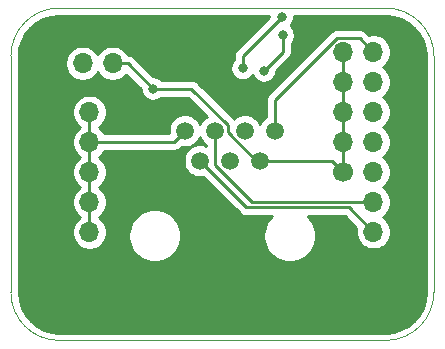
<source format=gbr>
G04 #@! TF.GenerationSoftware,KiCad,Pcbnew,(5.1.6)-1*
G04 #@! TF.CreationDate,2021-02-13T15:21:04-06:00*
G04 #@! TF.ProjectId,InputBoard,496e7075-7442-46f6-9172-642e6b696361,rev?*
G04 #@! TF.SameCoordinates,Original*
G04 #@! TF.FileFunction,Copper,L2,Bot*
G04 #@! TF.FilePolarity,Positive*
%FSLAX46Y46*%
G04 Gerber Fmt 4.6, Leading zero omitted, Abs format (unit mm)*
G04 Created by KiCad (PCBNEW (5.1.6)-1) date 2021-02-13 15:21:04*
%MOMM*%
%LPD*%
G01*
G04 APERTURE LIST*
G04 #@! TA.AperFunction,Profile*
%ADD10C,0.050000*%
G04 #@! TD*
G04 #@! TA.AperFunction,ComponentPad*
%ADD11C,1.500000*%
G04 #@! TD*
G04 #@! TA.AperFunction,ComponentPad*
%ADD12R,1.500000X1.500000*%
G04 #@! TD*
G04 #@! TA.AperFunction,ComponentPad*
%ADD13R,1.700000X1.700000*%
G04 #@! TD*
G04 #@! TA.AperFunction,ComponentPad*
%ADD14O,1.700000X1.700000*%
G04 #@! TD*
G04 #@! TA.AperFunction,ComponentPad*
%ADD15C,1.700000*%
G04 #@! TD*
G04 #@! TA.AperFunction,ViaPad*
%ADD16C,0.800000*%
G04 #@! TD*
G04 #@! TA.AperFunction,Conductor*
%ADD17C,0.250000*%
G04 #@! TD*
G04 #@! TA.AperFunction,Conductor*
%ADD18C,0.254000*%
G04 #@! TD*
G04 APERTURE END LIST*
D10*
X132588000Y-110680500D02*
X132588000Y-90678000D01*
X136652000Y-114744500D02*
G75*
G02*
X132588000Y-110680500I0J4064000D01*
G01*
X164338000Y-114744500D02*
X136652000Y-114744500D01*
X168402000Y-90678000D02*
X168402000Y-110680500D01*
X168402000Y-110680500D02*
G75*
G02*
X164338000Y-114744500I-4064000J0D01*
G01*
X164338000Y-86614000D02*
X136652000Y-86614000D01*
X132588000Y-90678000D02*
G75*
G02*
X136652000Y-86614000I4064000J0D01*
G01*
X164338000Y-86614000D02*
G75*
G02*
X168402000Y-90678000I0J-4064000D01*
G01*
D11*
X154940000Y-97005001D03*
X153670000Y-99545001D03*
X152400000Y-97005001D03*
X151130000Y-99545001D03*
X149860000Y-97005001D03*
X148590000Y-99545001D03*
X147320000Y-97005001D03*
D12*
X146050000Y-99545001D03*
D13*
X165820000Y-105560000D03*
D14*
X163280000Y-105560000D03*
X165820000Y-103020000D03*
X163280000Y-103020000D03*
X165820000Y-100480000D03*
X163280000Y-100480000D03*
X165820000Y-97940000D03*
X163280000Y-97940000D03*
X165820000Y-95400000D03*
X163280000Y-95400000D03*
X165820000Y-92860000D03*
X163280000Y-92860000D03*
X165820000Y-90320000D03*
X163280000Y-90320000D03*
D15*
X160740000Y-100480000D03*
D14*
X160740000Y-97940000D03*
X160740000Y-95400000D03*
X160740000Y-92860000D03*
X160740000Y-90320000D03*
D13*
X136700000Y-95420000D03*
D14*
X139240000Y-95420000D03*
X136700000Y-97960000D03*
X139240000Y-97960000D03*
X136700000Y-100500000D03*
X139240000Y-100500000D03*
X136700000Y-103040000D03*
X139240000Y-103040000D03*
X136700000Y-105580000D03*
X139240000Y-105580000D03*
D13*
X136120000Y-91290000D03*
D14*
X138660000Y-91290000D03*
X141200000Y-91290000D03*
D16*
X144610000Y-93430000D03*
X154000000Y-91900000D03*
X155600000Y-88900000D03*
X152200000Y-91700000D03*
X155500000Y-87400000D03*
D17*
X139240000Y-95420000D02*
X139240000Y-105580000D01*
X146365001Y-97960000D02*
X147320000Y-97005001D01*
X139240000Y-97960000D02*
X146365001Y-97960000D01*
X141200000Y-91290000D02*
X142470000Y-91290000D01*
X142470000Y-91290000D02*
X144610000Y-93430000D01*
X160740000Y-90320000D02*
X160740000Y-100480000D01*
X159805001Y-99545001D02*
X153670000Y-99545001D01*
X160740000Y-100480000D02*
X159805001Y-99545001D01*
X150935001Y-97131004D02*
X150935001Y-96489000D01*
X147876001Y-93430000D02*
X144610000Y-93430000D01*
X150935001Y-96489000D02*
X147876001Y-93430000D01*
X153348998Y-99545001D02*
X150935001Y-97131004D01*
X153670000Y-99545001D02*
X153348998Y-99545001D01*
X162104999Y-89144999D02*
X163280000Y-90320000D01*
X160175999Y-89144999D02*
X162104999Y-89144999D01*
X154940000Y-97005001D02*
X154940000Y-94380998D01*
X154940000Y-94380998D02*
X160175999Y-89144999D01*
X154000000Y-91900000D02*
X155600000Y-90300000D01*
X155600000Y-90300000D02*
X155600000Y-88900000D01*
X152200000Y-91700000D02*
X152200000Y-90700000D01*
X152200000Y-90700000D02*
X155500000Y-87400000D01*
X149860000Y-99866003D02*
X153013997Y-103020000D01*
X153013997Y-103020000D02*
X163280000Y-103020000D01*
X149860000Y-97005001D02*
X149860000Y-99866003D01*
X152515010Y-103470011D02*
X161190011Y-103470011D01*
X161190011Y-103470011D02*
X163280000Y-105560000D01*
X148590000Y-99545001D02*
X152515010Y-103470011D01*
D18*
G36*
X154465000Y-87298061D02*
G01*
X154465000Y-87360198D01*
X151688998Y-90136201D01*
X151660000Y-90159999D01*
X151636202Y-90188997D01*
X151636201Y-90188998D01*
X151565026Y-90275724D01*
X151494454Y-90407754D01*
X151474503Y-90473527D01*
X151454037Y-90540998D01*
X151450998Y-90551015D01*
X151436324Y-90700000D01*
X151440001Y-90737332D01*
X151440001Y-90996288D01*
X151396063Y-91040226D01*
X151282795Y-91209744D01*
X151204774Y-91398102D01*
X151165000Y-91598061D01*
X151165000Y-91801939D01*
X151204774Y-92001898D01*
X151282795Y-92190256D01*
X151396063Y-92359774D01*
X151540226Y-92503937D01*
X151709744Y-92617205D01*
X151898102Y-92695226D01*
X152098061Y-92735000D01*
X152301939Y-92735000D01*
X152501898Y-92695226D01*
X152690256Y-92617205D01*
X152859774Y-92503937D01*
X153003937Y-92359774D01*
X153044823Y-92298584D01*
X153082795Y-92390256D01*
X153196063Y-92559774D01*
X153340226Y-92703937D01*
X153509744Y-92817205D01*
X153698102Y-92895226D01*
X153898061Y-92935000D01*
X154101939Y-92935000D01*
X154301898Y-92895226D01*
X154490256Y-92817205D01*
X154659774Y-92703937D01*
X154803937Y-92559774D01*
X154917205Y-92390256D01*
X154995226Y-92201898D01*
X155035000Y-92001939D01*
X155035000Y-91939801D01*
X156111004Y-90863798D01*
X156140001Y-90840001D01*
X156234974Y-90724276D01*
X156305546Y-90592247D01*
X156349003Y-90448986D01*
X156360000Y-90337333D01*
X156360000Y-90337325D01*
X156363676Y-90300000D01*
X156360000Y-90262675D01*
X156360000Y-89603711D01*
X156403937Y-89559774D01*
X156517205Y-89390256D01*
X156595226Y-89201898D01*
X156635000Y-89001939D01*
X156635000Y-88798061D01*
X156595226Y-88598102D01*
X156517205Y-88409744D01*
X156403937Y-88240226D01*
X156263711Y-88100000D01*
X156303937Y-88059774D01*
X156417205Y-87890256D01*
X156495226Y-87701898D01*
X156535000Y-87501939D01*
X156535000Y-87298061D01*
X156530214Y-87274000D01*
X164305721Y-87274000D01*
X164998558Y-87341933D01*
X165633960Y-87533772D01*
X166219994Y-87845373D01*
X166734347Y-88264870D01*
X167157419Y-88776275D01*
X167473104Y-89360123D01*
X167669375Y-89994170D01*
X167742000Y-90685155D01*
X167742001Y-110648212D01*
X167674067Y-111341058D01*
X167482228Y-111976458D01*
X167170630Y-112562491D01*
X166751130Y-113076847D01*
X166239725Y-113499919D01*
X165655878Y-113815603D01*
X165021830Y-114011875D01*
X164330845Y-114084500D01*
X136684278Y-114084500D01*
X135991442Y-114016567D01*
X135356042Y-113824728D01*
X134770009Y-113513130D01*
X134255653Y-113093630D01*
X133832581Y-112582225D01*
X133516897Y-111998378D01*
X133320625Y-111364330D01*
X133248000Y-110673345D01*
X133248000Y-91143740D01*
X137175000Y-91143740D01*
X137175000Y-91436260D01*
X137232068Y-91723158D01*
X137344010Y-91993411D01*
X137506525Y-92236632D01*
X137713368Y-92443475D01*
X137956589Y-92605990D01*
X138226842Y-92717932D01*
X138513740Y-92775000D01*
X138806260Y-92775000D01*
X139093158Y-92717932D01*
X139363411Y-92605990D01*
X139606632Y-92443475D01*
X139813475Y-92236632D01*
X139930000Y-92062240D01*
X140046525Y-92236632D01*
X140253368Y-92443475D01*
X140496589Y-92605990D01*
X140766842Y-92717932D01*
X141053740Y-92775000D01*
X141346260Y-92775000D01*
X141633158Y-92717932D01*
X141903411Y-92605990D01*
X142146632Y-92443475D01*
X142347653Y-92242454D01*
X143575000Y-93469802D01*
X143575000Y-93531939D01*
X143614774Y-93731898D01*
X143692795Y-93920256D01*
X143806063Y-94089774D01*
X143950226Y-94233937D01*
X144119744Y-94347205D01*
X144308102Y-94425226D01*
X144508061Y-94465000D01*
X144711939Y-94465000D01*
X144911898Y-94425226D01*
X145100256Y-94347205D01*
X145269774Y-94233937D01*
X145313711Y-94190000D01*
X147561200Y-94190000D01*
X149170910Y-95799711D01*
X148977114Y-95929202D01*
X148784201Y-96122115D01*
X148632629Y-96348958D01*
X148590000Y-96451874D01*
X148547371Y-96348958D01*
X148395799Y-96122115D01*
X148202886Y-95929202D01*
X147976043Y-95777630D01*
X147723989Y-95673226D01*
X147456411Y-95620001D01*
X147183589Y-95620001D01*
X146916011Y-95673226D01*
X146663957Y-95777630D01*
X146437114Y-95929202D01*
X146244201Y-96122115D01*
X146092629Y-96348958D01*
X145988225Y-96601012D01*
X145935000Y-96868590D01*
X145935000Y-97141412D01*
X145946654Y-97200000D01*
X140518178Y-97200000D01*
X140393475Y-97013368D01*
X140186632Y-96806525D01*
X140012240Y-96690000D01*
X140186632Y-96573475D01*
X140393475Y-96366632D01*
X140555990Y-96123411D01*
X140667932Y-95853158D01*
X140725000Y-95566260D01*
X140725000Y-95273740D01*
X140667932Y-94986842D01*
X140555990Y-94716589D01*
X140393475Y-94473368D01*
X140186632Y-94266525D01*
X139943411Y-94104010D01*
X139673158Y-93992068D01*
X139386260Y-93935000D01*
X139093740Y-93935000D01*
X138806842Y-93992068D01*
X138536589Y-94104010D01*
X138293368Y-94266525D01*
X138086525Y-94473368D01*
X137924010Y-94716589D01*
X137812068Y-94986842D01*
X137755000Y-95273740D01*
X137755000Y-95566260D01*
X137812068Y-95853158D01*
X137924010Y-96123411D01*
X138086525Y-96366632D01*
X138293368Y-96573475D01*
X138467760Y-96690000D01*
X138293368Y-96806525D01*
X138086525Y-97013368D01*
X137924010Y-97256589D01*
X137812068Y-97526842D01*
X137755000Y-97813740D01*
X137755000Y-98106260D01*
X137812068Y-98393158D01*
X137924010Y-98663411D01*
X138086525Y-98906632D01*
X138293368Y-99113475D01*
X138467760Y-99230000D01*
X138293368Y-99346525D01*
X138086525Y-99553368D01*
X137924010Y-99796589D01*
X137812068Y-100066842D01*
X137755000Y-100353740D01*
X137755000Y-100646260D01*
X137812068Y-100933158D01*
X137924010Y-101203411D01*
X138086525Y-101446632D01*
X138293368Y-101653475D01*
X138467760Y-101770000D01*
X138293368Y-101886525D01*
X138086525Y-102093368D01*
X137924010Y-102336589D01*
X137812068Y-102606842D01*
X137755000Y-102893740D01*
X137755000Y-103186260D01*
X137812068Y-103473158D01*
X137924010Y-103743411D01*
X138086525Y-103986632D01*
X138293368Y-104193475D01*
X138467760Y-104310000D01*
X138293368Y-104426525D01*
X138086525Y-104633368D01*
X137924010Y-104876589D01*
X137812068Y-105146842D01*
X137755000Y-105433740D01*
X137755000Y-105726260D01*
X137812068Y-106013158D01*
X137924010Y-106283411D01*
X138086525Y-106526632D01*
X138293368Y-106733475D01*
X138536589Y-106895990D01*
X138806842Y-107007932D01*
X139093740Y-107065000D01*
X139386260Y-107065000D01*
X139673158Y-107007932D01*
X139943411Y-106895990D01*
X140186632Y-106733475D01*
X140393475Y-106526632D01*
X140555990Y-106283411D01*
X140667932Y-106013158D01*
X140725000Y-105726260D01*
X140725000Y-105674873D01*
X142545000Y-105674873D01*
X142545000Y-106115129D01*
X142630890Y-106546926D01*
X142799369Y-106953670D01*
X143043962Y-107319730D01*
X143355271Y-107631039D01*
X143721331Y-107875632D01*
X144128075Y-108044111D01*
X144559872Y-108130001D01*
X145000128Y-108130001D01*
X145431925Y-108044111D01*
X145838669Y-107875632D01*
X146204729Y-107631039D01*
X146516038Y-107319730D01*
X146760631Y-106953670D01*
X146929110Y-106546926D01*
X147015000Y-106115129D01*
X147015000Y-105674873D01*
X146929110Y-105243076D01*
X146760631Y-104836332D01*
X146516038Y-104470272D01*
X146204729Y-104158963D01*
X145838669Y-103914370D01*
X145431925Y-103745891D01*
X145000128Y-103660001D01*
X144559872Y-103660001D01*
X144128075Y-103745891D01*
X143721331Y-103914370D01*
X143355271Y-104158963D01*
X143043962Y-104470272D01*
X142799369Y-104836332D01*
X142630890Y-105243076D01*
X142545000Y-105674873D01*
X140725000Y-105674873D01*
X140725000Y-105433740D01*
X140667932Y-105146842D01*
X140555990Y-104876589D01*
X140393475Y-104633368D01*
X140186632Y-104426525D01*
X140012240Y-104310000D01*
X140186632Y-104193475D01*
X140393475Y-103986632D01*
X140555990Y-103743411D01*
X140667932Y-103473158D01*
X140725000Y-103186260D01*
X140725000Y-102893740D01*
X140667932Y-102606842D01*
X140555990Y-102336589D01*
X140393475Y-102093368D01*
X140186632Y-101886525D01*
X140012240Y-101770000D01*
X140186632Y-101653475D01*
X140393475Y-101446632D01*
X140555990Y-101203411D01*
X140667932Y-100933158D01*
X140725000Y-100646260D01*
X140725000Y-100353740D01*
X140667932Y-100066842D01*
X140555990Y-99796589D01*
X140393475Y-99553368D01*
X140186632Y-99346525D01*
X140012240Y-99230000D01*
X140186632Y-99113475D01*
X140393475Y-98906632D01*
X140518178Y-98720000D01*
X146327679Y-98720000D01*
X146365001Y-98723676D01*
X146402323Y-98720000D01*
X146402334Y-98720000D01*
X146513987Y-98709003D01*
X146657248Y-98665546D01*
X146789277Y-98594974D01*
X146905002Y-98500001D01*
X146928805Y-98470998D01*
X147038635Y-98361168D01*
X147183589Y-98390001D01*
X147456411Y-98390001D01*
X147723989Y-98336776D01*
X147976043Y-98232372D01*
X148202886Y-98080800D01*
X148395799Y-97887887D01*
X148547371Y-97661044D01*
X148590000Y-97558128D01*
X148632629Y-97661044D01*
X148784201Y-97887887D01*
X148977114Y-98080800D01*
X149100000Y-98162910D01*
X149100000Y-98257137D01*
X148993989Y-98213226D01*
X148726411Y-98160001D01*
X148453589Y-98160001D01*
X148186011Y-98213226D01*
X147933957Y-98317630D01*
X147707114Y-98469202D01*
X147514201Y-98662115D01*
X147362629Y-98888958D01*
X147258225Y-99141012D01*
X147205000Y-99408590D01*
X147205000Y-99681412D01*
X147258225Y-99948990D01*
X147362629Y-100201044D01*
X147514201Y-100427887D01*
X147707114Y-100620800D01*
X147933957Y-100772372D01*
X148186011Y-100876776D01*
X148453589Y-100930001D01*
X148726411Y-100930001D01*
X148871365Y-100901168D01*
X151951215Y-103981019D01*
X151975009Y-104010012D01*
X152004002Y-104033806D01*
X152004006Y-104033810D01*
X152054197Y-104075000D01*
X152090734Y-104104985D01*
X152222763Y-104175557D01*
X152366024Y-104219014D01*
X152477677Y-104230011D01*
X152477686Y-104230011D01*
X152515009Y-104233687D01*
X152552332Y-104230011D01*
X154714223Y-104230011D01*
X154473962Y-104470272D01*
X154229369Y-104836332D01*
X154060890Y-105243076D01*
X153975000Y-105674873D01*
X153975000Y-106115129D01*
X154060890Y-106546926D01*
X154229369Y-106953670D01*
X154473962Y-107319730D01*
X154785271Y-107631039D01*
X155151331Y-107875632D01*
X155558075Y-108044111D01*
X155989872Y-108130001D01*
X156430128Y-108130001D01*
X156861925Y-108044111D01*
X157268669Y-107875632D01*
X157634729Y-107631039D01*
X157946038Y-107319730D01*
X158190631Y-106953670D01*
X158359110Y-106546926D01*
X158445000Y-106115129D01*
X158445000Y-105674873D01*
X158359110Y-105243076D01*
X158190631Y-104836332D01*
X157946038Y-104470272D01*
X157705777Y-104230011D01*
X160875210Y-104230011D01*
X161838790Y-105193592D01*
X161795000Y-105413740D01*
X161795000Y-105706260D01*
X161852068Y-105993158D01*
X161964010Y-106263411D01*
X162126525Y-106506632D01*
X162333368Y-106713475D01*
X162576589Y-106875990D01*
X162846842Y-106987932D01*
X163133740Y-107045000D01*
X163426260Y-107045000D01*
X163713158Y-106987932D01*
X163983411Y-106875990D01*
X164226632Y-106713475D01*
X164433475Y-106506632D01*
X164595990Y-106263411D01*
X164707932Y-105993158D01*
X164765000Y-105706260D01*
X164765000Y-105413740D01*
X164707932Y-105126842D01*
X164595990Y-104856589D01*
X164433475Y-104613368D01*
X164226632Y-104406525D01*
X164052240Y-104290000D01*
X164226632Y-104173475D01*
X164433475Y-103966632D01*
X164595990Y-103723411D01*
X164707932Y-103453158D01*
X164765000Y-103166260D01*
X164765000Y-102873740D01*
X164707932Y-102586842D01*
X164595990Y-102316589D01*
X164433475Y-102073368D01*
X164226632Y-101866525D01*
X164052240Y-101750000D01*
X164226632Y-101633475D01*
X164433475Y-101426632D01*
X164595990Y-101183411D01*
X164707932Y-100913158D01*
X164765000Y-100626260D01*
X164765000Y-100333740D01*
X164707932Y-100046842D01*
X164595990Y-99776589D01*
X164433475Y-99533368D01*
X164226632Y-99326525D01*
X164052240Y-99210000D01*
X164226632Y-99093475D01*
X164433475Y-98886632D01*
X164595990Y-98643411D01*
X164707932Y-98373158D01*
X164765000Y-98086260D01*
X164765000Y-97793740D01*
X164707932Y-97506842D01*
X164595990Y-97236589D01*
X164433475Y-96993368D01*
X164226632Y-96786525D01*
X164052240Y-96670000D01*
X164226632Y-96553475D01*
X164433475Y-96346632D01*
X164595990Y-96103411D01*
X164707932Y-95833158D01*
X164765000Y-95546260D01*
X164765000Y-95253740D01*
X164707932Y-94966842D01*
X164595990Y-94696589D01*
X164433475Y-94453368D01*
X164226632Y-94246525D01*
X164052240Y-94130000D01*
X164226632Y-94013475D01*
X164433475Y-93806632D01*
X164595990Y-93563411D01*
X164707932Y-93293158D01*
X164765000Y-93006260D01*
X164765000Y-92713740D01*
X164707932Y-92426842D01*
X164595990Y-92156589D01*
X164433475Y-91913368D01*
X164226632Y-91706525D01*
X164052240Y-91590000D01*
X164226632Y-91473475D01*
X164433475Y-91266632D01*
X164595990Y-91023411D01*
X164707932Y-90753158D01*
X164765000Y-90466260D01*
X164765000Y-90173740D01*
X164707932Y-89886842D01*
X164595990Y-89616589D01*
X164433475Y-89373368D01*
X164226632Y-89166525D01*
X163983411Y-89004010D01*
X163713158Y-88892068D01*
X163426260Y-88835000D01*
X163133740Y-88835000D01*
X162913592Y-88878791D01*
X162668803Y-88634002D01*
X162645000Y-88604998D01*
X162529275Y-88510025D01*
X162397246Y-88439453D01*
X162253985Y-88395996D01*
X162142332Y-88384999D01*
X162142321Y-88384999D01*
X162104999Y-88381323D01*
X162067677Y-88384999D01*
X160213324Y-88384999D01*
X160175999Y-88381323D01*
X160138674Y-88384999D01*
X160138666Y-88384999D01*
X160027013Y-88395996D01*
X159883752Y-88439453D01*
X159751723Y-88510025D01*
X159635998Y-88604998D01*
X159612200Y-88633996D01*
X154428998Y-93817199D01*
X154400000Y-93840997D01*
X154376202Y-93869995D01*
X154376201Y-93869996D01*
X154305026Y-93956722D01*
X154234454Y-94088752D01*
X154190998Y-94232013D01*
X154176324Y-94380998D01*
X154180001Y-94418330D01*
X154180000Y-95847092D01*
X154057114Y-95929202D01*
X153864201Y-96122115D01*
X153712629Y-96348958D01*
X153670000Y-96451874D01*
X153627371Y-96348958D01*
X153475799Y-96122115D01*
X153282886Y-95929202D01*
X153056043Y-95777630D01*
X152803989Y-95673226D01*
X152536411Y-95620001D01*
X152263589Y-95620001D01*
X151996011Y-95673226D01*
X151743957Y-95777630D01*
X151517114Y-95929202D01*
X151485061Y-95961255D01*
X151475002Y-95948999D01*
X151446004Y-95925201D01*
X148439805Y-92919003D01*
X148416002Y-92889999D01*
X148300277Y-92795026D01*
X148168248Y-92724454D01*
X148024987Y-92680997D01*
X147913334Y-92670000D01*
X147913323Y-92670000D01*
X147876001Y-92666324D01*
X147838679Y-92670000D01*
X145313711Y-92670000D01*
X145269774Y-92626063D01*
X145100256Y-92512795D01*
X144911898Y-92434774D01*
X144711939Y-92395000D01*
X144649802Y-92395000D01*
X143033804Y-90779003D01*
X143010001Y-90749999D01*
X142894276Y-90655026D01*
X142762247Y-90584454D01*
X142618986Y-90540997D01*
X142507333Y-90530000D01*
X142507322Y-90530000D01*
X142476125Y-90526927D01*
X142353475Y-90343368D01*
X142146632Y-90136525D01*
X141903411Y-89974010D01*
X141633158Y-89862068D01*
X141346260Y-89805000D01*
X141053740Y-89805000D01*
X140766842Y-89862068D01*
X140496589Y-89974010D01*
X140253368Y-90136525D01*
X140046525Y-90343368D01*
X139930000Y-90517760D01*
X139813475Y-90343368D01*
X139606632Y-90136525D01*
X139363411Y-89974010D01*
X139093158Y-89862068D01*
X138806260Y-89805000D01*
X138513740Y-89805000D01*
X138226842Y-89862068D01*
X137956589Y-89974010D01*
X137713368Y-90136525D01*
X137506525Y-90343368D01*
X137344010Y-90586589D01*
X137232068Y-90856842D01*
X137175000Y-91143740D01*
X133248000Y-91143740D01*
X133248000Y-90710279D01*
X133315933Y-90017442D01*
X133507772Y-89382040D01*
X133819373Y-88796006D01*
X134238870Y-88281653D01*
X134750275Y-87858581D01*
X135334123Y-87542896D01*
X135968170Y-87346625D01*
X136659155Y-87274000D01*
X154469786Y-87274000D01*
X154465000Y-87298061D01*
G37*
X154465000Y-87298061D02*
X154465000Y-87360198D01*
X151688998Y-90136201D01*
X151660000Y-90159999D01*
X151636202Y-90188997D01*
X151636201Y-90188998D01*
X151565026Y-90275724D01*
X151494454Y-90407754D01*
X151474503Y-90473527D01*
X151454037Y-90540998D01*
X151450998Y-90551015D01*
X151436324Y-90700000D01*
X151440001Y-90737332D01*
X151440001Y-90996288D01*
X151396063Y-91040226D01*
X151282795Y-91209744D01*
X151204774Y-91398102D01*
X151165000Y-91598061D01*
X151165000Y-91801939D01*
X151204774Y-92001898D01*
X151282795Y-92190256D01*
X151396063Y-92359774D01*
X151540226Y-92503937D01*
X151709744Y-92617205D01*
X151898102Y-92695226D01*
X152098061Y-92735000D01*
X152301939Y-92735000D01*
X152501898Y-92695226D01*
X152690256Y-92617205D01*
X152859774Y-92503937D01*
X153003937Y-92359774D01*
X153044823Y-92298584D01*
X153082795Y-92390256D01*
X153196063Y-92559774D01*
X153340226Y-92703937D01*
X153509744Y-92817205D01*
X153698102Y-92895226D01*
X153898061Y-92935000D01*
X154101939Y-92935000D01*
X154301898Y-92895226D01*
X154490256Y-92817205D01*
X154659774Y-92703937D01*
X154803937Y-92559774D01*
X154917205Y-92390256D01*
X154995226Y-92201898D01*
X155035000Y-92001939D01*
X155035000Y-91939801D01*
X156111004Y-90863798D01*
X156140001Y-90840001D01*
X156234974Y-90724276D01*
X156305546Y-90592247D01*
X156349003Y-90448986D01*
X156360000Y-90337333D01*
X156360000Y-90337325D01*
X156363676Y-90300000D01*
X156360000Y-90262675D01*
X156360000Y-89603711D01*
X156403937Y-89559774D01*
X156517205Y-89390256D01*
X156595226Y-89201898D01*
X156635000Y-89001939D01*
X156635000Y-88798061D01*
X156595226Y-88598102D01*
X156517205Y-88409744D01*
X156403937Y-88240226D01*
X156263711Y-88100000D01*
X156303937Y-88059774D01*
X156417205Y-87890256D01*
X156495226Y-87701898D01*
X156535000Y-87501939D01*
X156535000Y-87298061D01*
X156530214Y-87274000D01*
X164305721Y-87274000D01*
X164998558Y-87341933D01*
X165633960Y-87533772D01*
X166219994Y-87845373D01*
X166734347Y-88264870D01*
X167157419Y-88776275D01*
X167473104Y-89360123D01*
X167669375Y-89994170D01*
X167742000Y-90685155D01*
X167742001Y-110648212D01*
X167674067Y-111341058D01*
X167482228Y-111976458D01*
X167170630Y-112562491D01*
X166751130Y-113076847D01*
X166239725Y-113499919D01*
X165655878Y-113815603D01*
X165021830Y-114011875D01*
X164330845Y-114084500D01*
X136684278Y-114084500D01*
X135991442Y-114016567D01*
X135356042Y-113824728D01*
X134770009Y-113513130D01*
X134255653Y-113093630D01*
X133832581Y-112582225D01*
X133516897Y-111998378D01*
X133320625Y-111364330D01*
X133248000Y-110673345D01*
X133248000Y-91143740D01*
X137175000Y-91143740D01*
X137175000Y-91436260D01*
X137232068Y-91723158D01*
X137344010Y-91993411D01*
X137506525Y-92236632D01*
X137713368Y-92443475D01*
X137956589Y-92605990D01*
X138226842Y-92717932D01*
X138513740Y-92775000D01*
X138806260Y-92775000D01*
X139093158Y-92717932D01*
X139363411Y-92605990D01*
X139606632Y-92443475D01*
X139813475Y-92236632D01*
X139930000Y-92062240D01*
X140046525Y-92236632D01*
X140253368Y-92443475D01*
X140496589Y-92605990D01*
X140766842Y-92717932D01*
X141053740Y-92775000D01*
X141346260Y-92775000D01*
X141633158Y-92717932D01*
X141903411Y-92605990D01*
X142146632Y-92443475D01*
X142347653Y-92242454D01*
X143575000Y-93469802D01*
X143575000Y-93531939D01*
X143614774Y-93731898D01*
X143692795Y-93920256D01*
X143806063Y-94089774D01*
X143950226Y-94233937D01*
X144119744Y-94347205D01*
X144308102Y-94425226D01*
X144508061Y-94465000D01*
X144711939Y-94465000D01*
X144911898Y-94425226D01*
X145100256Y-94347205D01*
X145269774Y-94233937D01*
X145313711Y-94190000D01*
X147561200Y-94190000D01*
X149170910Y-95799711D01*
X148977114Y-95929202D01*
X148784201Y-96122115D01*
X148632629Y-96348958D01*
X148590000Y-96451874D01*
X148547371Y-96348958D01*
X148395799Y-96122115D01*
X148202886Y-95929202D01*
X147976043Y-95777630D01*
X147723989Y-95673226D01*
X147456411Y-95620001D01*
X147183589Y-95620001D01*
X146916011Y-95673226D01*
X146663957Y-95777630D01*
X146437114Y-95929202D01*
X146244201Y-96122115D01*
X146092629Y-96348958D01*
X145988225Y-96601012D01*
X145935000Y-96868590D01*
X145935000Y-97141412D01*
X145946654Y-97200000D01*
X140518178Y-97200000D01*
X140393475Y-97013368D01*
X140186632Y-96806525D01*
X140012240Y-96690000D01*
X140186632Y-96573475D01*
X140393475Y-96366632D01*
X140555990Y-96123411D01*
X140667932Y-95853158D01*
X140725000Y-95566260D01*
X140725000Y-95273740D01*
X140667932Y-94986842D01*
X140555990Y-94716589D01*
X140393475Y-94473368D01*
X140186632Y-94266525D01*
X139943411Y-94104010D01*
X139673158Y-93992068D01*
X139386260Y-93935000D01*
X139093740Y-93935000D01*
X138806842Y-93992068D01*
X138536589Y-94104010D01*
X138293368Y-94266525D01*
X138086525Y-94473368D01*
X137924010Y-94716589D01*
X137812068Y-94986842D01*
X137755000Y-95273740D01*
X137755000Y-95566260D01*
X137812068Y-95853158D01*
X137924010Y-96123411D01*
X138086525Y-96366632D01*
X138293368Y-96573475D01*
X138467760Y-96690000D01*
X138293368Y-96806525D01*
X138086525Y-97013368D01*
X137924010Y-97256589D01*
X137812068Y-97526842D01*
X137755000Y-97813740D01*
X137755000Y-98106260D01*
X137812068Y-98393158D01*
X137924010Y-98663411D01*
X138086525Y-98906632D01*
X138293368Y-99113475D01*
X138467760Y-99230000D01*
X138293368Y-99346525D01*
X138086525Y-99553368D01*
X137924010Y-99796589D01*
X137812068Y-100066842D01*
X137755000Y-100353740D01*
X137755000Y-100646260D01*
X137812068Y-100933158D01*
X137924010Y-101203411D01*
X138086525Y-101446632D01*
X138293368Y-101653475D01*
X138467760Y-101770000D01*
X138293368Y-101886525D01*
X138086525Y-102093368D01*
X137924010Y-102336589D01*
X137812068Y-102606842D01*
X137755000Y-102893740D01*
X137755000Y-103186260D01*
X137812068Y-103473158D01*
X137924010Y-103743411D01*
X138086525Y-103986632D01*
X138293368Y-104193475D01*
X138467760Y-104310000D01*
X138293368Y-104426525D01*
X138086525Y-104633368D01*
X137924010Y-104876589D01*
X137812068Y-105146842D01*
X137755000Y-105433740D01*
X137755000Y-105726260D01*
X137812068Y-106013158D01*
X137924010Y-106283411D01*
X138086525Y-106526632D01*
X138293368Y-106733475D01*
X138536589Y-106895990D01*
X138806842Y-107007932D01*
X139093740Y-107065000D01*
X139386260Y-107065000D01*
X139673158Y-107007932D01*
X139943411Y-106895990D01*
X140186632Y-106733475D01*
X140393475Y-106526632D01*
X140555990Y-106283411D01*
X140667932Y-106013158D01*
X140725000Y-105726260D01*
X140725000Y-105674873D01*
X142545000Y-105674873D01*
X142545000Y-106115129D01*
X142630890Y-106546926D01*
X142799369Y-106953670D01*
X143043962Y-107319730D01*
X143355271Y-107631039D01*
X143721331Y-107875632D01*
X144128075Y-108044111D01*
X144559872Y-108130001D01*
X145000128Y-108130001D01*
X145431925Y-108044111D01*
X145838669Y-107875632D01*
X146204729Y-107631039D01*
X146516038Y-107319730D01*
X146760631Y-106953670D01*
X146929110Y-106546926D01*
X147015000Y-106115129D01*
X147015000Y-105674873D01*
X146929110Y-105243076D01*
X146760631Y-104836332D01*
X146516038Y-104470272D01*
X146204729Y-104158963D01*
X145838669Y-103914370D01*
X145431925Y-103745891D01*
X145000128Y-103660001D01*
X144559872Y-103660001D01*
X144128075Y-103745891D01*
X143721331Y-103914370D01*
X143355271Y-104158963D01*
X143043962Y-104470272D01*
X142799369Y-104836332D01*
X142630890Y-105243076D01*
X142545000Y-105674873D01*
X140725000Y-105674873D01*
X140725000Y-105433740D01*
X140667932Y-105146842D01*
X140555990Y-104876589D01*
X140393475Y-104633368D01*
X140186632Y-104426525D01*
X140012240Y-104310000D01*
X140186632Y-104193475D01*
X140393475Y-103986632D01*
X140555990Y-103743411D01*
X140667932Y-103473158D01*
X140725000Y-103186260D01*
X140725000Y-102893740D01*
X140667932Y-102606842D01*
X140555990Y-102336589D01*
X140393475Y-102093368D01*
X140186632Y-101886525D01*
X140012240Y-101770000D01*
X140186632Y-101653475D01*
X140393475Y-101446632D01*
X140555990Y-101203411D01*
X140667932Y-100933158D01*
X140725000Y-100646260D01*
X140725000Y-100353740D01*
X140667932Y-100066842D01*
X140555990Y-99796589D01*
X140393475Y-99553368D01*
X140186632Y-99346525D01*
X140012240Y-99230000D01*
X140186632Y-99113475D01*
X140393475Y-98906632D01*
X140518178Y-98720000D01*
X146327679Y-98720000D01*
X146365001Y-98723676D01*
X146402323Y-98720000D01*
X146402334Y-98720000D01*
X146513987Y-98709003D01*
X146657248Y-98665546D01*
X146789277Y-98594974D01*
X146905002Y-98500001D01*
X146928805Y-98470998D01*
X147038635Y-98361168D01*
X147183589Y-98390001D01*
X147456411Y-98390001D01*
X147723989Y-98336776D01*
X147976043Y-98232372D01*
X148202886Y-98080800D01*
X148395799Y-97887887D01*
X148547371Y-97661044D01*
X148590000Y-97558128D01*
X148632629Y-97661044D01*
X148784201Y-97887887D01*
X148977114Y-98080800D01*
X149100000Y-98162910D01*
X149100000Y-98257137D01*
X148993989Y-98213226D01*
X148726411Y-98160001D01*
X148453589Y-98160001D01*
X148186011Y-98213226D01*
X147933957Y-98317630D01*
X147707114Y-98469202D01*
X147514201Y-98662115D01*
X147362629Y-98888958D01*
X147258225Y-99141012D01*
X147205000Y-99408590D01*
X147205000Y-99681412D01*
X147258225Y-99948990D01*
X147362629Y-100201044D01*
X147514201Y-100427887D01*
X147707114Y-100620800D01*
X147933957Y-100772372D01*
X148186011Y-100876776D01*
X148453589Y-100930001D01*
X148726411Y-100930001D01*
X148871365Y-100901168D01*
X151951215Y-103981019D01*
X151975009Y-104010012D01*
X152004002Y-104033806D01*
X152004006Y-104033810D01*
X152054197Y-104075000D01*
X152090734Y-104104985D01*
X152222763Y-104175557D01*
X152366024Y-104219014D01*
X152477677Y-104230011D01*
X152477686Y-104230011D01*
X152515009Y-104233687D01*
X152552332Y-104230011D01*
X154714223Y-104230011D01*
X154473962Y-104470272D01*
X154229369Y-104836332D01*
X154060890Y-105243076D01*
X153975000Y-105674873D01*
X153975000Y-106115129D01*
X154060890Y-106546926D01*
X154229369Y-106953670D01*
X154473962Y-107319730D01*
X154785271Y-107631039D01*
X155151331Y-107875632D01*
X155558075Y-108044111D01*
X155989872Y-108130001D01*
X156430128Y-108130001D01*
X156861925Y-108044111D01*
X157268669Y-107875632D01*
X157634729Y-107631039D01*
X157946038Y-107319730D01*
X158190631Y-106953670D01*
X158359110Y-106546926D01*
X158445000Y-106115129D01*
X158445000Y-105674873D01*
X158359110Y-105243076D01*
X158190631Y-104836332D01*
X157946038Y-104470272D01*
X157705777Y-104230011D01*
X160875210Y-104230011D01*
X161838790Y-105193592D01*
X161795000Y-105413740D01*
X161795000Y-105706260D01*
X161852068Y-105993158D01*
X161964010Y-106263411D01*
X162126525Y-106506632D01*
X162333368Y-106713475D01*
X162576589Y-106875990D01*
X162846842Y-106987932D01*
X163133740Y-107045000D01*
X163426260Y-107045000D01*
X163713158Y-106987932D01*
X163983411Y-106875990D01*
X164226632Y-106713475D01*
X164433475Y-106506632D01*
X164595990Y-106263411D01*
X164707932Y-105993158D01*
X164765000Y-105706260D01*
X164765000Y-105413740D01*
X164707932Y-105126842D01*
X164595990Y-104856589D01*
X164433475Y-104613368D01*
X164226632Y-104406525D01*
X164052240Y-104290000D01*
X164226632Y-104173475D01*
X164433475Y-103966632D01*
X164595990Y-103723411D01*
X164707932Y-103453158D01*
X164765000Y-103166260D01*
X164765000Y-102873740D01*
X164707932Y-102586842D01*
X164595990Y-102316589D01*
X164433475Y-102073368D01*
X164226632Y-101866525D01*
X164052240Y-101750000D01*
X164226632Y-101633475D01*
X164433475Y-101426632D01*
X164595990Y-101183411D01*
X164707932Y-100913158D01*
X164765000Y-100626260D01*
X164765000Y-100333740D01*
X164707932Y-100046842D01*
X164595990Y-99776589D01*
X164433475Y-99533368D01*
X164226632Y-99326525D01*
X164052240Y-99210000D01*
X164226632Y-99093475D01*
X164433475Y-98886632D01*
X164595990Y-98643411D01*
X164707932Y-98373158D01*
X164765000Y-98086260D01*
X164765000Y-97793740D01*
X164707932Y-97506842D01*
X164595990Y-97236589D01*
X164433475Y-96993368D01*
X164226632Y-96786525D01*
X164052240Y-96670000D01*
X164226632Y-96553475D01*
X164433475Y-96346632D01*
X164595990Y-96103411D01*
X164707932Y-95833158D01*
X164765000Y-95546260D01*
X164765000Y-95253740D01*
X164707932Y-94966842D01*
X164595990Y-94696589D01*
X164433475Y-94453368D01*
X164226632Y-94246525D01*
X164052240Y-94130000D01*
X164226632Y-94013475D01*
X164433475Y-93806632D01*
X164595990Y-93563411D01*
X164707932Y-93293158D01*
X164765000Y-93006260D01*
X164765000Y-92713740D01*
X164707932Y-92426842D01*
X164595990Y-92156589D01*
X164433475Y-91913368D01*
X164226632Y-91706525D01*
X164052240Y-91590000D01*
X164226632Y-91473475D01*
X164433475Y-91266632D01*
X164595990Y-91023411D01*
X164707932Y-90753158D01*
X164765000Y-90466260D01*
X164765000Y-90173740D01*
X164707932Y-89886842D01*
X164595990Y-89616589D01*
X164433475Y-89373368D01*
X164226632Y-89166525D01*
X163983411Y-89004010D01*
X163713158Y-88892068D01*
X163426260Y-88835000D01*
X163133740Y-88835000D01*
X162913592Y-88878791D01*
X162668803Y-88634002D01*
X162645000Y-88604998D01*
X162529275Y-88510025D01*
X162397246Y-88439453D01*
X162253985Y-88395996D01*
X162142332Y-88384999D01*
X162142321Y-88384999D01*
X162104999Y-88381323D01*
X162067677Y-88384999D01*
X160213324Y-88384999D01*
X160175999Y-88381323D01*
X160138674Y-88384999D01*
X160138666Y-88384999D01*
X160027013Y-88395996D01*
X159883752Y-88439453D01*
X159751723Y-88510025D01*
X159635998Y-88604998D01*
X159612200Y-88633996D01*
X154428998Y-93817199D01*
X154400000Y-93840997D01*
X154376202Y-93869995D01*
X154376201Y-93869996D01*
X154305026Y-93956722D01*
X154234454Y-94088752D01*
X154190998Y-94232013D01*
X154176324Y-94380998D01*
X154180001Y-94418330D01*
X154180000Y-95847092D01*
X154057114Y-95929202D01*
X153864201Y-96122115D01*
X153712629Y-96348958D01*
X153670000Y-96451874D01*
X153627371Y-96348958D01*
X153475799Y-96122115D01*
X153282886Y-95929202D01*
X153056043Y-95777630D01*
X152803989Y-95673226D01*
X152536411Y-95620001D01*
X152263589Y-95620001D01*
X151996011Y-95673226D01*
X151743957Y-95777630D01*
X151517114Y-95929202D01*
X151485061Y-95961255D01*
X151475002Y-95948999D01*
X151446004Y-95925201D01*
X148439805Y-92919003D01*
X148416002Y-92889999D01*
X148300277Y-92795026D01*
X148168248Y-92724454D01*
X148024987Y-92680997D01*
X147913334Y-92670000D01*
X147913323Y-92670000D01*
X147876001Y-92666324D01*
X147838679Y-92670000D01*
X145313711Y-92670000D01*
X145269774Y-92626063D01*
X145100256Y-92512795D01*
X144911898Y-92434774D01*
X144711939Y-92395000D01*
X144649802Y-92395000D01*
X143033804Y-90779003D01*
X143010001Y-90749999D01*
X142894276Y-90655026D01*
X142762247Y-90584454D01*
X142618986Y-90540997D01*
X142507333Y-90530000D01*
X142507322Y-90530000D01*
X142476125Y-90526927D01*
X142353475Y-90343368D01*
X142146632Y-90136525D01*
X141903411Y-89974010D01*
X141633158Y-89862068D01*
X141346260Y-89805000D01*
X141053740Y-89805000D01*
X140766842Y-89862068D01*
X140496589Y-89974010D01*
X140253368Y-90136525D01*
X140046525Y-90343368D01*
X139930000Y-90517760D01*
X139813475Y-90343368D01*
X139606632Y-90136525D01*
X139363411Y-89974010D01*
X139093158Y-89862068D01*
X138806260Y-89805000D01*
X138513740Y-89805000D01*
X138226842Y-89862068D01*
X137956589Y-89974010D01*
X137713368Y-90136525D01*
X137506525Y-90343368D01*
X137344010Y-90586589D01*
X137232068Y-90856842D01*
X137175000Y-91143740D01*
X133248000Y-91143740D01*
X133248000Y-90710279D01*
X133315933Y-90017442D01*
X133507772Y-89382040D01*
X133819373Y-88796006D01*
X134238870Y-88281653D01*
X134750275Y-87858581D01*
X135334123Y-87542896D01*
X135968170Y-87346625D01*
X136659155Y-87274000D01*
X154469786Y-87274000D01*
X154465000Y-87298061D01*
M02*

</source>
